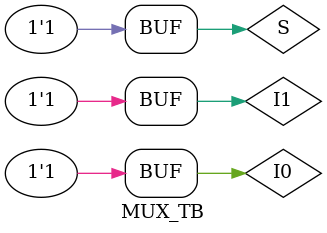
<source format=v>
module MUXTER(I0,I1,S,O);
  input I0,I1,S;
  output wire O;
  assign O=(S==0)?I0:I1;
endmodule
//Test bench code for 2x1 Mux
`timescale 1ns/1ps
module MUX_TB;
  reg I0,I1,S;
  wire O;
  MUXTER DUT (.I0(I0),.I1(I1),.S(S),.O(O));
  initial begin 
    $dumpfile("MUX.vcd");
    $dumpvars;
  end
  initial begin
    I0=0;I1=0;S=0;#10;
    I0=0;I1=1;S=0;#10;
    I0=1;I1=0;S=0;#10;
    I0=1;I1=1;S=0;#10;
    I0=0;I1=0;S=1;#10;
    I0=0;I1=1;S=1;#10;
    I0=1;I1=0;S=1;#10;
    I0=1;I1=1;S=1;#10;
  end
endmodule

</source>
